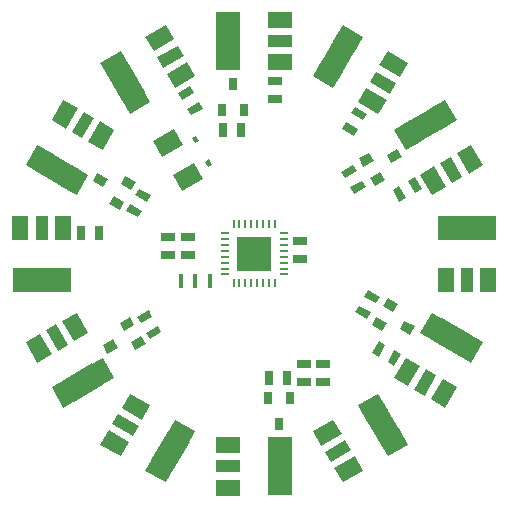
<source format=gtp>
G04 (created by PCBNEW (2013-05-16 BZR 4016)-stable) date 7/1/2013 01:26:53*
%MOIN*%
G04 Gerber Fmt 3.4, Leading zero omitted, Abs format*
%FSLAX34Y34*%
G01*
G70*
G90*
G04 APERTURE LIST*
%ADD10C,0.00590551*%
%ADD11R,0.01X0.03*%
%ADD12R,0.03X0.01*%
%ADD13R,0.1181X0.1181*%
%ADD14R,0.0787402X0.0629921*%
%ADD15R,0.0787402X0.0551181*%
%ADD16R,0.0787402X0.11811*%
%ADD17R,0.0787402X0.0393701*%
%ADD18R,0.0629921X0.0787402*%
%ADD19R,0.0551181X0.0787402*%
%ADD20R,0.11811X0.0787402*%
%ADD21R,0.0393701X0.0787402*%
%ADD22R,0.0315X0.0394*%
%ADD23R,0.045X0.025*%
%ADD24R,0.025X0.045*%
%ADD25R,0.015748X0.0511811*%
G04 APERTURE END LIST*
G54D10*
G36*
X3327Y3939D02*
X2937Y4164D01*
X3062Y4380D01*
X3452Y4155D01*
X3327Y3939D01*
X3327Y3939D01*
G37*
G36*
X3627Y4459D02*
X3237Y4684D01*
X3362Y4900D01*
X3752Y4675D01*
X3627Y4459D01*
X3627Y4459D01*
G37*
G36*
X-2082Y3850D02*
X-1946Y3929D01*
X-1847Y3759D01*
X-1984Y3680D01*
X-2082Y3850D01*
X-2082Y3850D01*
G37*
G36*
X-1630Y3066D02*
X-1493Y3145D01*
X-1395Y2975D01*
X-1531Y2896D01*
X-1630Y3066D01*
X-1630Y3066D01*
G37*
G36*
X-1723Y2507D02*
X-2416Y2107D01*
X-2716Y2626D01*
X-2023Y3026D01*
X-1723Y2507D01*
X-1723Y2507D01*
G37*
G36*
X-2373Y3633D02*
X-3066Y3233D01*
X-3366Y3752D01*
X-2673Y4152D01*
X-2373Y3633D01*
X-2373Y3633D01*
G37*
G54D11*
X-492Y984D03*
X-295Y984D03*
X-98Y984D03*
X-689Y984D03*
G54D12*
X-984Y689D03*
X-984Y492D03*
X-984Y295D03*
X-984Y98D03*
X-984Y-98D03*
X-984Y-295D03*
X-984Y-492D03*
X-984Y-689D03*
G54D11*
X689Y-984D03*
X-689Y-984D03*
X-492Y-984D03*
X-295Y-984D03*
X-98Y-984D03*
X98Y-984D03*
X295Y-984D03*
X492Y-984D03*
G54D12*
X984Y-689D03*
X984Y-492D03*
X984Y-295D03*
X984Y-98D03*
X984Y98D03*
X984Y295D03*
X984Y492D03*
X984Y689D03*
G54D11*
X689Y984D03*
X492Y984D03*
X295Y984D03*
X98Y984D03*
G54D13*
X0Y0D03*
G54D14*
X-866Y7755D03*
G54D15*
X866Y7795D03*
G54D16*
X-866Y7086D03*
G54D17*
X866Y7086D03*
G54D14*
X-866Y6417D03*
G54D15*
X866Y6377D03*
G54D10*
G36*
X-4811Y5818D02*
X-5126Y6364D01*
X-4444Y6757D01*
X-4129Y6212D01*
X-4811Y5818D01*
X-4811Y5818D01*
G37*
G36*
X-3350Y6753D02*
X-3626Y7230D01*
X-2944Y7624D01*
X-2668Y7146D01*
X-3350Y6753D01*
X-3350Y6753D01*
G37*
G36*
X-4339Y5000D02*
X-4929Y6023D01*
X-4247Y6416D01*
X-3657Y5394D01*
X-4339Y5000D01*
X-4339Y5000D01*
G37*
G36*
X-3035Y6207D02*
X-3232Y6548D01*
X-2550Y6942D01*
X-2353Y6601D01*
X-3035Y6207D01*
X-3035Y6207D01*
G37*
G36*
X-4142Y4659D02*
X-4457Y5204D01*
X-3775Y5598D01*
X-3460Y5053D01*
X-4142Y4659D01*
X-4142Y4659D01*
G37*
G36*
X-2642Y5525D02*
X-2917Y6002D01*
X-2235Y6396D01*
X-1960Y5919D01*
X-2642Y5525D01*
X-2642Y5525D01*
G37*
G36*
X-7078Y2629D02*
X-7624Y2944D01*
X-7230Y3626D01*
X-6684Y3311D01*
X-7078Y2629D01*
X-7078Y2629D01*
G37*
G36*
X-6280Y4168D02*
X-6757Y4444D01*
X-6364Y5126D01*
X-5886Y4850D01*
X-6280Y4168D01*
X-6280Y4168D01*
G37*
G36*
X-6260Y2156D02*
X-7283Y2747D01*
X-6889Y3429D01*
X-5866Y2838D01*
X-6260Y2156D01*
X-6260Y2156D01*
G37*
G36*
X-5735Y3854D02*
X-6075Y4050D01*
X-5682Y4732D01*
X-5341Y4535D01*
X-5735Y3854D01*
X-5735Y3854D01*
G37*
G36*
X-5919Y1960D02*
X-6464Y2275D01*
X-6071Y2956D01*
X-5525Y2642D01*
X-5919Y1960D01*
X-5919Y1960D01*
G37*
G36*
X-5053Y3460D02*
X-5530Y3735D01*
X-5136Y4417D01*
X-4659Y4142D01*
X-5053Y3460D01*
X-5053Y3460D01*
G37*
G54D18*
X-7755Y-866D03*
G54D19*
X-7795Y866D03*
G54D20*
X-7086Y-866D03*
G54D21*
X-7086Y866D03*
G54D18*
X-6417Y-866D03*
G54D19*
X-6377Y866D03*
G54D10*
G36*
X-5818Y-4811D02*
X-6364Y-5126D01*
X-6757Y-4444D01*
X-6212Y-4129D01*
X-5818Y-4811D01*
X-5818Y-4811D01*
G37*
G36*
X-6753Y-3350D02*
X-7230Y-3626D01*
X-7624Y-2944D01*
X-7146Y-2668D01*
X-6753Y-3350D01*
X-6753Y-3350D01*
G37*
G36*
X-5000Y-4339D02*
X-6023Y-4929D01*
X-6416Y-4247D01*
X-5394Y-3657D01*
X-5000Y-4339D01*
X-5000Y-4339D01*
G37*
G36*
X-6207Y-3035D02*
X-6548Y-3232D01*
X-6942Y-2550D01*
X-6601Y-2353D01*
X-6207Y-3035D01*
X-6207Y-3035D01*
G37*
G36*
X-4659Y-4142D02*
X-5204Y-4457D01*
X-5598Y-3775D01*
X-5053Y-3460D01*
X-4659Y-4142D01*
X-4659Y-4142D01*
G37*
G36*
X-5525Y-2642D02*
X-6002Y-2917D01*
X-6396Y-2235D01*
X-5919Y-1960D01*
X-5525Y-2642D01*
X-5525Y-2642D01*
G37*
G36*
X-2629Y-7078D02*
X-2944Y-7624D01*
X-3626Y-7230D01*
X-3311Y-6684D01*
X-2629Y-7078D01*
X-2629Y-7078D01*
G37*
G36*
X-4168Y-6280D02*
X-4444Y-6757D01*
X-5126Y-6364D01*
X-4850Y-5886D01*
X-4168Y-6280D01*
X-4168Y-6280D01*
G37*
G36*
X-2156Y-6260D02*
X-2747Y-7283D01*
X-3429Y-6889D01*
X-2838Y-5866D01*
X-2156Y-6260D01*
X-2156Y-6260D01*
G37*
G36*
X-3854Y-5735D02*
X-4050Y-6075D01*
X-4732Y-5682D01*
X-4535Y-5341D01*
X-3854Y-5735D01*
X-3854Y-5735D01*
G37*
G36*
X-1960Y-5919D02*
X-2275Y-6464D01*
X-2956Y-6071D01*
X-2642Y-5525D01*
X-1960Y-5919D01*
X-1960Y-5919D01*
G37*
G36*
X-3460Y-5053D02*
X-3735Y-5530D01*
X-4417Y-5136D01*
X-4142Y-4659D01*
X-3460Y-5053D01*
X-3460Y-5053D01*
G37*
G54D14*
X866Y-7755D03*
G54D15*
X-866Y-7795D03*
G54D16*
X866Y-7086D03*
G54D17*
X-866Y-7086D03*
G54D14*
X866Y-6417D03*
G54D15*
X-866Y-6377D03*
G54D10*
G36*
X4811Y-5818D02*
X5126Y-6364D01*
X4444Y-6757D01*
X4129Y-6212D01*
X4811Y-5818D01*
X4811Y-5818D01*
G37*
G36*
X3350Y-6753D02*
X3626Y-7230D01*
X2944Y-7624D01*
X2668Y-7146D01*
X3350Y-6753D01*
X3350Y-6753D01*
G37*
G36*
X4339Y-5000D02*
X4929Y-6023D01*
X4247Y-6416D01*
X3657Y-5394D01*
X4339Y-5000D01*
X4339Y-5000D01*
G37*
G36*
X3035Y-6207D02*
X3232Y-6548D01*
X2550Y-6942D01*
X2353Y-6601D01*
X3035Y-6207D01*
X3035Y-6207D01*
G37*
G36*
X4142Y-4659D02*
X4457Y-5204D01*
X3775Y-5598D01*
X3460Y-5053D01*
X4142Y-4659D01*
X4142Y-4659D01*
G37*
G36*
X2642Y-5525D02*
X2917Y-6002D01*
X2235Y-6396D01*
X1960Y-5919D01*
X2642Y-5525D01*
X2642Y-5525D01*
G37*
G36*
X7078Y-2629D02*
X7624Y-2944D01*
X7230Y-3626D01*
X6684Y-3311D01*
X7078Y-2629D01*
X7078Y-2629D01*
G37*
G36*
X6280Y-4168D02*
X6757Y-4444D01*
X6364Y-5126D01*
X5886Y-4850D01*
X6280Y-4168D01*
X6280Y-4168D01*
G37*
G36*
X6260Y-2156D02*
X7283Y-2747D01*
X6889Y-3429D01*
X5866Y-2838D01*
X6260Y-2156D01*
X6260Y-2156D01*
G37*
G36*
X5735Y-3854D02*
X6075Y-4050D01*
X5682Y-4732D01*
X5341Y-4535D01*
X5735Y-3854D01*
X5735Y-3854D01*
G37*
G36*
X5919Y-1960D02*
X6464Y-2275D01*
X6071Y-2956D01*
X5525Y-2642D01*
X5919Y-1960D01*
X5919Y-1960D01*
G37*
G36*
X5053Y-3460D02*
X5530Y-3735D01*
X5136Y-4417D01*
X4659Y-4142D01*
X5053Y-3460D01*
X5053Y-3460D01*
G37*
G54D18*
X7755Y866D03*
G54D19*
X7795Y-866D03*
G54D20*
X7086Y866D03*
G54D21*
X7086Y-866D03*
G54D18*
X6417Y866D03*
G54D19*
X6377Y-866D03*
G54D10*
G36*
X5818Y4811D02*
X6364Y5126D01*
X6757Y4444D01*
X6212Y4129D01*
X5818Y4811D01*
X5818Y4811D01*
G37*
G36*
X6753Y3350D02*
X7230Y3626D01*
X7624Y2944D01*
X7146Y2668D01*
X6753Y3350D01*
X6753Y3350D01*
G37*
G36*
X5000Y4339D02*
X6023Y4929D01*
X6416Y4247D01*
X5394Y3657D01*
X5000Y4339D01*
X5000Y4339D01*
G37*
G36*
X6207Y3035D02*
X6548Y3232D01*
X6942Y2550D01*
X6601Y2353D01*
X6207Y3035D01*
X6207Y3035D01*
G37*
G36*
X4659Y4142D02*
X5204Y4457D01*
X5598Y3775D01*
X5053Y3460D01*
X4659Y4142D01*
X4659Y4142D01*
G37*
G36*
X5525Y2642D02*
X6002Y2917D01*
X6396Y2235D01*
X5919Y1960D01*
X5525Y2642D01*
X5525Y2642D01*
G37*
G36*
X2629Y7078D02*
X2944Y7624D01*
X3626Y7230D01*
X3311Y6684D01*
X2629Y7078D01*
X2629Y7078D01*
G37*
G36*
X4168Y6280D02*
X4444Y6757D01*
X5126Y6364D01*
X4850Y5886D01*
X4168Y6280D01*
X4168Y6280D01*
G37*
G36*
X2156Y6260D02*
X2747Y7283D01*
X3429Y6889D01*
X2838Y5866D01*
X2156Y6260D01*
X2156Y6260D01*
G37*
G36*
X3854Y5735D02*
X4050Y6075D01*
X4732Y5682D01*
X4535Y5341D01*
X3854Y5735D01*
X3854Y5735D01*
G37*
G36*
X1960Y5919D02*
X2275Y6464D01*
X2956Y6071D01*
X2642Y5525D01*
X1960Y5919D01*
X1960Y5919D01*
G37*
G36*
X3460Y5053D02*
X3735Y5530D01*
X4417Y5136D01*
X4142Y4659D01*
X3460Y5053D01*
X3460Y5053D01*
G37*
G36*
X4416Y3285D02*
X4758Y3482D01*
X4915Y3210D01*
X4574Y3013D01*
X4416Y3285D01*
X4416Y3285D01*
G37*
G36*
X3854Y2528D02*
X4195Y2725D01*
X4353Y2452D01*
X4011Y2255D01*
X3854Y2528D01*
X3854Y2528D01*
G37*
G36*
X3479Y3177D02*
X3820Y3374D01*
X3978Y3101D01*
X3636Y2904D01*
X3479Y3177D01*
X3479Y3177D01*
G37*
G36*
X5007Y-2225D02*
X5348Y-2422D01*
X5191Y-2695D01*
X4850Y-2498D01*
X5007Y-2225D01*
X5007Y-2225D01*
G37*
G36*
X4070Y-2117D02*
X4411Y-2314D01*
X4253Y-2587D01*
X3912Y-2390D01*
X4070Y-2117D01*
X4070Y-2117D01*
G37*
G36*
X4445Y-1467D02*
X4786Y-1664D01*
X4628Y-1937D01*
X4287Y-1740D01*
X4445Y-1467D01*
X4445Y-1467D01*
G37*
G54D22*
X826Y-5669D03*
X451Y-4803D03*
X1201Y-4803D03*
G54D10*
G36*
X-4554Y-3128D02*
X-4895Y-3325D01*
X-5053Y-3052D01*
X-4712Y-2855D01*
X-4554Y-3128D01*
X-4554Y-3128D01*
G37*
G36*
X-3992Y-2370D02*
X-4333Y-2567D01*
X-4491Y-2294D01*
X-4149Y-2097D01*
X-3992Y-2370D01*
X-3992Y-2370D01*
G37*
G36*
X-3617Y-3020D02*
X-3958Y-3217D01*
X-4116Y-2944D01*
X-3774Y-2747D01*
X-3617Y-3020D01*
X-3617Y-3020D01*
G37*
G36*
X-5046Y2225D02*
X-5388Y2422D01*
X-5230Y2695D01*
X-4889Y2498D01*
X-5046Y2225D01*
X-5046Y2225D01*
G37*
G36*
X-4109Y2117D02*
X-4450Y2314D01*
X-4293Y2587D01*
X-3951Y2390D01*
X-4109Y2117D01*
X-4109Y2117D01*
G37*
G36*
X-4484Y1467D02*
X-4825Y1664D01*
X-4668Y1937D01*
X-4326Y1740D01*
X-4484Y1467D01*
X-4484Y1467D01*
G37*
G54D22*
X-708Y5669D03*
X-333Y4803D03*
X-1083Y4803D03*
G54D23*
X2280Y-3675D03*
X2280Y-4275D03*
G54D24*
X-5172Y708D03*
X-5772Y708D03*
G54D10*
G36*
X-1718Y4842D02*
X-2108Y4617D01*
X-2233Y4834D01*
X-1843Y5059D01*
X-1718Y4842D01*
X-1718Y4842D01*
G37*
G36*
X-2018Y5362D02*
X-2408Y5137D01*
X-2533Y5353D01*
X-2143Y5578D01*
X-2018Y5362D01*
X-2018Y5362D01*
G37*
G36*
X4842Y1738D02*
X4617Y2128D01*
X4834Y2253D01*
X5059Y1863D01*
X4842Y1738D01*
X4842Y1738D01*
G37*
G36*
X5362Y2038D02*
X5137Y2428D01*
X5353Y2553D01*
X5578Y2163D01*
X5362Y2038D01*
X5362Y2038D01*
G37*
G36*
X3928Y-3309D02*
X4153Y-2919D01*
X4370Y-3044D01*
X4145Y-3434D01*
X3928Y-3309D01*
X3928Y-3309D01*
G37*
G36*
X4448Y-3609D02*
X4673Y-3219D01*
X4890Y-3344D01*
X4665Y-3734D01*
X4448Y-3609D01*
X4448Y-3609D01*
G37*
G54D24*
X-448Y4133D03*
X-1048Y4133D03*
G54D10*
G36*
X-3840Y2173D02*
X-3450Y1948D01*
X-3575Y1731D01*
X-3965Y1956D01*
X-3840Y2173D01*
X-3840Y2173D01*
G37*
G36*
X-4140Y1653D02*
X-3750Y1428D01*
X-3875Y1212D01*
X-4265Y1437D01*
X-4140Y1653D01*
X-4140Y1653D01*
G37*
G36*
X-3911Y-2106D02*
X-3521Y-1881D01*
X-3396Y-2098D01*
X-3786Y-2323D01*
X-3911Y-2106D01*
X-3911Y-2106D01*
G37*
G36*
X-3611Y-2626D02*
X-3221Y-2401D01*
X-3096Y-2617D01*
X-3486Y-2842D01*
X-3611Y-2626D01*
X-3611Y-2626D01*
G37*
G54D24*
X487Y-4133D03*
X1087Y-4133D03*
G54D10*
G36*
X3761Y-2173D02*
X3372Y-1948D01*
X3497Y-1731D01*
X3886Y-1956D01*
X3761Y-2173D01*
X3761Y-2173D01*
G37*
G36*
X4061Y-1653D02*
X3672Y-1428D01*
X3797Y-1212D01*
X4186Y-1437D01*
X4061Y-1653D01*
X4061Y-1653D01*
G37*
G36*
X3714Y2224D02*
X3324Y1999D01*
X3199Y2216D01*
X3589Y2441D01*
X3714Y2224D01*
X3714Y2224D01*
G37*
G36*
X3414Y2744D02*
X3024Y2519D01*
X2899Y2735D01*
X3289Y2960D01*
X3414Y2744D01*
X3414Y2744D01*
G37*
G54D23*
X708Y5152D03*
X708Y5752D03*
X1540Y-160D03*
X1540Y440D03*
X-2881Y544D03*
X-2881Y-55D03*
X-2212Y544D03*
X-2212Y-55D03*
X1655Y-3675D03*
X1655Y-4275D03*
G54D25*
X-1487Y-905D03*
X-1959Y-905D03*
X-2432Y-905D03*
M02*

</source>
